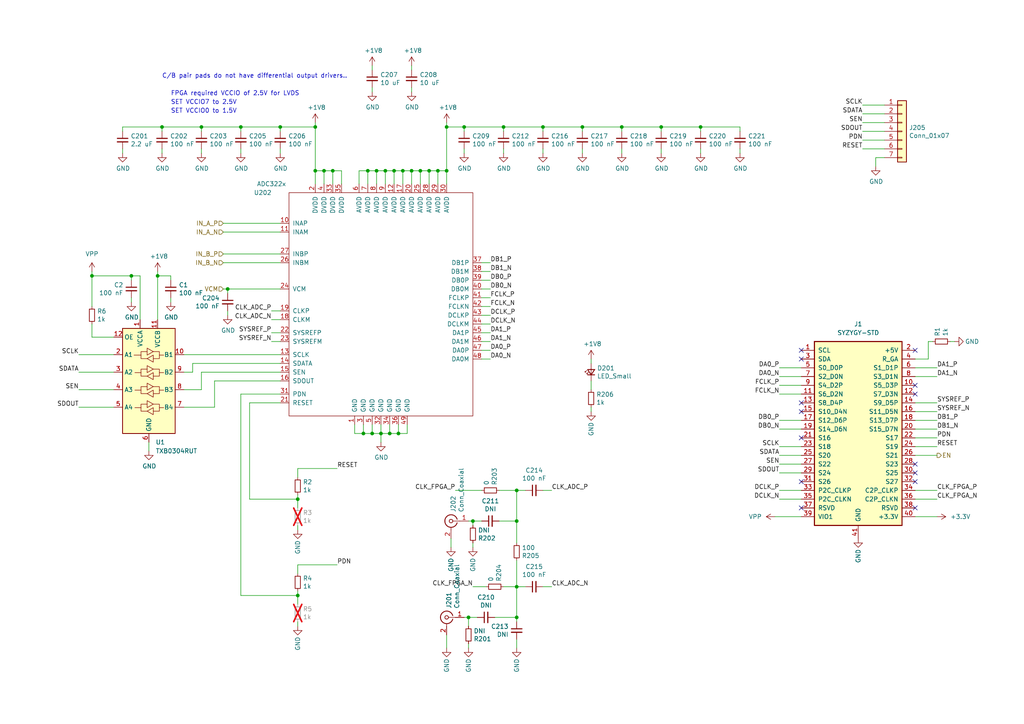
<source format=kicad_sch>
(kicad_sch (version 20230121) (generator eeschema)
  (paper "A4")
  (lib_symbols
    (symbol "Connector:Conn_Coaxial" (pin_names (offset 1.016) hide)
      (property "Reference" "J" (at 0.254 3.048 0))
      (property "Value" "Conn_Coaxial" (at 2.921 0 90))
      (symbol "Conn_Coaxial_0_1"
        (arc (start -1.778 -0.508) (mid 0.2311 -1.8066) (end 1.778 0) (stroke (width 0.254)))
        (polyline (pts (xy -2.54 0) (xy -0.508 0)))
        (polyline (pts (xy 0 -2.54) (xy 0 -1.778)))
        (circle (center 0 0) (radius 0.508) (stroke (width 0.2032)))
        (arc (start 1.778 0) (mid 0.2099 1.8101) (end -1.778 0.508) (stroke (width 0.254)))
      )
      (symbol "Conn_Coaxial_1_1"
        (pin passive line (at -5.08 0 0) (length 2.54) (name "In") (number "1"))
        (pin passive line (at 0 -5.08 90) (length 2.54) (name "Ext") (number "2"))
      )
    )
    (symbol "Connector_Generic:Conn_01x07" (pin_names (offset 1.016) hide)
      (property "Reference" "J" (at 0 10.16 0))
      (property "Value" "Conn_01x07" (at 0 -10.16 0))
      (symbol "Conn_01x07_1_1"
        (rectangle (start -1.27 -7.493) (end 0 -7.747) (stroke (width 0.1524)))
        (rectangle (start -1.27 -4.953) (end 0 -5.207) (stroke (width 0.1524)))
        (rectangle (start -1.27 -2.413) (end 0 -2.667) (stroke (width 0.1524)))
        (rectangle (start -1.27 0.127) (end 0 -0.127) (stroke (width 0.1524)))
        (rectangle (start -1.27 2.667) (end 0 2.413) (stroke (width 0.1524)))
        (rectangle (start -1.27 5.207) (end 0 4.953) (stroke (width 0.1524)))
        (rectangle (start -1.27 7.747) (end 0 7.493) (stroke (width 0.1524)))
        (rectangle (start -1.27 8.89) (end 1.27 -8.89) (stroke (width 0.254)) (fill (type background)))
        (pin passive line (at -5.08 7.62 0) (length 3.81) (name "Pin_1") (number "1"))
        (pin passive line (at -5.08 5.08 0) (length 3.81) (name "Pin_2") (number "2"))
        (pin passive line (at -5.08 2.54 0) (length 3.81) (name "Pin_3") (number "3"))
        (pin passive line (at -5.08 0 0) (length 3.81) (name "Pin_4") (number "4"))
        (pin passive line (at -5.08 -2.54 0) (length 3.81) (name "Pin_5") (number "5"))
        (pin passive line (at -5.08 -5.08 0) (length 3.81) (name "Pin_6") (number "6"))
        (pin passive line (at -5.08 -7.62 0) (length 3.81) (name "Pin_7") (number "7"))
      )
    )
    (symbol "Device:C_Small" (pin_numbers hide) (pin_names (offset 0.254) hide)
      (property "Reference" "C" (at 0.254 1.778 0))
      (property "Value" "C_Small" (at 0.254 -2.032 0))
      (symbol "C_Small_0_1"
        (polyline (pts (xy -1.524 -0.508) (xy 1.524 -0.508)) (stroke (width 0.3302)))
        (polyline (pts (xy -1.524 0.508) (xy 1.524 0.508)) (stroke (width 0.3048)))
      )
      (symbol "C_Small_1_1"
        (pin passive line (at 0 2.54 270) (length 2.032) (name "~") (number "1"))
        (pin passive line (at 0 -2.54 90) (length 2.032) (name "~") (number "2"))
      )
    )
    (symbol "Device:LED_Small" (pin_numbers hide) (pin_names (offset 0.254) hide)
      (property "Reference" "D" (at -1.27 3.175 0))
      (property "Value" "LED_Small" (at -4.445 -2.54 0))
      (symbol "LED_Small_0_1"
        (polyline (pts (xy -0.762 -1.016) (xy -0.762 1.016)) (stroke (width 0.254)))
        (polyline (pts (xy 1.016 0) (xy -0.762 0)))
        (polyline (pts (xy 0.762 -1.016) (xy -0.762 0) (xy 0.762 1.016) (xy 0.762 -1.016)) (stroke (width 0.254)))
        (polyline (pts (xy 0 0.762) (xy -0.508 1.27) (xy -0.254 1.27) (xy -0.508 1.27) (xy -0.508 1.016)))
        (polyline (pts (xy 0.508 1.27) (xy 0 1.778) (xy 0.254 1.778) (xy 0 1.778) (xy 0 1.524)))
      )
      (symbol "LED_Small_1_1"
        (pin passive line (at -2.54 0 0) (length 1.778) (name "K") (number "1"))
        (pin passive line (at 2.54 0 180) (length 1.778) (name "A") (number "2"))
      )
    )
    (symbol "Device:R_Small" (pin_numbers hide) (pin_names (offset 0.254) hide)
      (property "Reference" "R" (at 0.762 0.508 0))
      (property "Value" "R_Small" (at 0.762 -1.016 0))
      (symbol "R_Small_0_1"
        (rectangle (start -0.762 1.778) (end 0.762 -1.778) (stroke (width 0.2032)))
      )
      (symbol "R_Small_1_1"
        (pin passive line (at 0 2.54 270) (length 0.762) (name "~") (number "1"))
        (pin passive line (at 0 -2.54 90) (length 0.762) (name "~") (number "2"))
      )
    )
    (symbol "Logic_LevelTranslator:TXB0304RUT"
      (property "Reference" "U" (at -6.35 16.51 0))
      (property "Value" "TXB0304RUT" (at 3.81 16.51 0))
      (symbol "TXB0304RUT_0_1"
        (rectangle (start -7.62 15.24) (end 7.62 -15.24) (stroke (width 0.254)) (fill (type background)))
        (polyline (pts (xy -2.286 -7.747) (xy -2.286 -6.731) (xy -0.508 -6.731)))
        (polyline (pts (xy -2.286 -2.667) (xy -2.286 -1.651) (xy -0.508 -1.651)))
        (polyline (pts (xy -2.286 2.413) (xy -2.286 3.429) (xy -0.508 3.429)))
        (polyline (pts (xy -2.286 7.493) (xy -2.286 8.509) (xy -0.508 8.509)))
        (polyline (pts (xy 3.048 -7.747) (xy 3.048 -8.763) (xy 1.27 -8.763)))
        (polyline (pts (xy 3.048 -2.667) (xy 3.048 -3.683) (xy 1.27 -3.683)))
        (polyline (pts (xy 3.048 2.413) (xy 3.048 1.397) (xy 1.27 1.397)))
        (polyline (pts (xy 3.048 7.493) (xy 3.048 6.477) (xy 1.27 6.477)))
        (polyline (pts (xy -0.508 -8.763) (xy -2.286 -8.763) (xy -2.286 -7.747) (xy -4.064 -7.747)))
        (polyline (pts (xy -0.508 -8.763) (xy 1.27 -7.747) (xy 1.27 -9.779) (xy -0.508 -8.763)))
        (polyline (pts (xy -0.508 -3.683) (xy -2.286 -3.683) (xy -2.286 -2.667) (xy -4.064 -2.667)))
        (polyline (pts (xy -0.508 -3.683) (xy 1.27 -2.667) (xy 1.27 -4.699) (xy -0.508 -3.683)))
        (polyline (pts (xy -0.508 1.397) (xy -2.286 1.397) (xy -2.286 2.413) (xy -4.064 2.413)))
        (polyline (pts (xy -0.508 1.397) (xy 1.27 2.413) (xy 1.27 0.381) (xy -0.508 1.397)))
        (polyline (pts (xy -0.508 6.477) (xy -2.286 6.477) (xy -2.286 7.493) (xy -4.318 7.493)))
        (polyline (pts (xy -0.508 6.477) (xy 1.27 7.493) (xy 1.27 5.461) (xy -0.508 6.477)))
        (polyline (pts (xy 1.27 -6.731) (xy -0.508 -7.747) (xy -0.508 -5.715) (xy 1.27 -6.731)))
        (polyline (pts (xy 1.27 -6.731) (xy 3.048 -6.731) (xy 3.048 -7.747) (xy 4.318 -7.747)))
        (polyline (pts (xy 1.27 -1.651) (xy -0.508 -2.667) (xy -0.508 -0.635) (xy 1.27 -1.651)))
        (polyline (pts (xy 1.27 -1.651) (xy 3.048 -1.651) (xy 3.048 -2.667) (xy 4.318 -2.667)))
        (polyline (pts (xy 1.27 3.429) (xy -0.508 2.413) (xy -0.508 4.445) (xy 1.27 3.429)))
        (polyline (pts (xy 1.27 3.429) (xy 3.048 3.429) (xy 3.048 2.413) (xy 4.318 2.413)))
        (polyline (pts (xy 1.27 8.509) (xy -0.508 7.493) (xy -0.508 9.525) (xy 1.27 8.509)))
        (polyline (pts (xy 1.27 8.509) (xy 3.048 8.509) (xy 3.048 7.493) (xy 4.318 7.493)))
      )
      (symbol "TXB0304RUT_1_1"
        (pin power_in line (at -2.54 17.78 270) (length 2.54) (name "VCCA") (number "1"))
        (pin tri_state line (at 10.16 7.62 180) (length 2.54) (name "B1") (number "10"))
        (pin power_in line (at 2.54 17.78 270) (length 2.54) (name "VCCB") (number "11"))
        (pin input line (at -10.16 12.7 0) (length 2.54) (name "OE") (number "12"))
        (pin tri_state line (at -10.16 7.62 0) (length 2.54) (name "A1") (number "2"))
        (pin tri_state line (at -10.16 2.54 0) (length 2.54) (name "A2") (number "3"))
        (pin tri_state line (at -10.16 -2.54 0) (length 2.54) (name "A3") (number "4"))
        (pin tri_state line (at -10.16 -7.62 0) (length 2.54) (name "A4") (number "5"))
        (pin power_in line (at 0 -17.78 90) (length 2.54) (name "GND") (number "6"))
        (pin tri_state line (at 10.16 -7.62 180) (length 2.54) (name "B4") (number "7"))
        (pin tri_state line (at 10.16 -2.54 180) (length 2.54) (name "B3") (number "8"))
        (pin tri_state line (at 10.16 2.54 180) (length 2.54) (name "B2") (number "9"))
      )
    )
    (symbol "adc32xx_syzygy-rescue:ADC322x-vna_mm-adc_32xx-rescue" (pin_names (offset 1.016))
      (property "Reference" "U" (at 13.97 -35.56 0))
      (property "Value" "adc_32xx-rescue_ADC322x-vna_mm" (at 17.78 -33.02 0))
      (symbol "ADC322x-vna_mm-adc_32xx-rescue_0_1"
        (rectangle (start -26.67 34.29) (end 26.67 -30.48))
      )
      (symbol "ADC322x-vna_mm-adc_32xx-rescue_1_1"
        (pin power_in line (at -7.62 -33.02 90) (length 2.54) (name "GND") (number "1"))
        (pin input line (at -29.21 25.4 0) (length 2.54) (name "INAP") (number "10"))
        (pin input line (at -29.21 22.86 0) (length 2.54) (name "INAM") (number "11"))
        (pin power_in line (at 3.81 36.83 270) (length 2.54) (name "AVDD") (number "12"))
        (pin input line (at -29.21 -12.7 0) (length 2.54) (name "SCLK") (number "13"))
        (pin input line (at -29.21 -15.24 0) (length 2.54) (name "SDATA") (number "14"))
        (pin input line (at -29.21 -17.78 0) (length 2.54) (name "SEN") (number "15"))
        (pin output line (at -29.21 -20.32 0) (length 2.54) (name "SDOUT") (number "16"))
        (pin power_in line (at 6.35 36.83 270) (length 2.54) (name "AVDD") (number "17"))
        (pin input line (at -29.21 -2.54 0) (length 2.54) (name "CLKM") (number "18"))
        (pin input line (at -29.21 0 0) (length 2.54) (name "CLKP") (number "19"))
        (pin power_in line (at -19.05 36.83 270) (length 2.54) (name "DVDD") (number "2"))
        (pin power_in line (at 8.89 36.83 270) (length 2.54) (name "AVDD") (number "20"))
        (pin input line (at -29.21 -26.67 0) (length 2.54) (name "RESET") (number "21"))
        (pin input line (at -29.21 -6.35 0) (length 2.54) (name "SYSREFP") (number "22"))
        (pin input line (at -29.21 -8.89 0) (length 2.54) (name "SYSREFM") (number "23"))
        (pin power_in line (at -29.21 6.35 0) (length 2.54) (name "VCM") (number "24"))
        (pin power_in line (at 11.43 36.83 270) (length 2.54) (name "AVDD") (number "25"))
        (pin input line (at -29.21 13.97 0) (length 2.54) (name "INBM") (number "26"))
        (pin input line (at -29.21 16.51 0) (length 2.54) (name "INBP") (number "27"))
        (pin power_in line (at 13.97 36.83 270) (length 2.54) (name "AVDD") (number "28"))
        (pin power_in line (at 16.51 36.83 270) (length 2.54) (name "AVDD") (number "29"))
        (pin power_in line (at -5.08 -33.02 90) (length 2.54) (name "GND") (number "3"))
        (pin power_in line (at 19.05 36.83 270) (length 2.54) (name "AVDD") (number "30"))
        (pin input line (at -29.21 -24.13 0) (length 2.54) (name "PDN") (number "31"))
        (pin power_in line (at 0 -33.02 90) (length 2.54) (name "GND") (number "32"))
        (pin power_in line (at -13.97 36.83 270) (length 2.54) (name "DVDD") (number "33"))
        (pin power_in line (at 2.54 -33.02 90) (length 2.54) (name "GND") (number "34"))
        (pin power_in line (at -11.43 36.83 270) (length 2.54) (name "DVDD") (number "35"))
        (pin power_in line (at 5.08 -33.02 90) (length 2.54) (name "GND") (number "36"))
        (pin output line (at 29.21 13.97 180) (length 2.54) (name "DB1P") (number "37"))
        (pin output line (at 29.21 11.43 180) (length 2.54) (name "DB1M") (number "38"))
        (pin output line (at 29.21 8.89 180) (length 2.54) (name "DB0P") (number "39"))
        (pin power_in line (at -16.51 36.83 270) (length 2.54) (name "DVDD") (number "4"))
        (pin output line (at 29.21 6.35 180) (length 2.54) (name "DB0M") (number "40"))
        (pin output line (at 29.21 3.81 180) (length 2.54) (name "FCLKP") (number "41"))
        (pin output line (at 29.21 1.27 180) (length 2.54) (name "FCLKN") (number "42"))
        (pin output line (at 29.21 -1.27 180) (length 2.54) (name "DCLKP") (number "43"))
        (pin output line (at 29.21 -3.81 180) (length 2.54) (name "DCLKM") (number "44"))
        (pin output line (at 29.21 -6.35 180) (length 2.54) (name "DA1P") (number "45"))
        (pin output line (at 29.21 -8.89 180) (length 2.54) (name "DA1M") (number "46"))
        (pin output line (at 29.21 -11.43 180) (length 2.54) (name "DA0P") (number "47"))
        (pin output line (at 29.21 -13.97 180) (length 2.54) (name "DA0M") (number "48"))
        (pin power_in line (at 7.62 -33.02 90) (length 2.54) (name "GND") (number "49"))
        (pin power_in line (at -2.54 -33.02 90) (length 2.54) (name "GND") (number "5"))
        (pin power_in line (at -6.35 36.83 270) (length 2.54) (name "AVDD") (number "6"))
        (pin power_in line (at -3.81 36.83 270) (length 2.54) (name "AVDD") (number "7"))
        (pin power_in line (at -1.27 36.83 270) (length 2.54) (name "AVDD") (number "8"))
        (pin power_in line (at 1.27 36.83 270) (length 2.54) (name "AVDD") (number "9"))
      )
    )
    (symbol "gkl_misc:SYZYGY-STD" (pin_names (offset 1.016))
      (property "Reference" "J" (at 0 27.94 0))
      (property "Value" "SYZYGY-STD" (at 0 25.4 0))
      (symbol "SYZYGY-STD_0_1"
        (rectangle (start -12.7 24.13) (end 12.7 -29.21) (stroke (width 0.3302)) (fill (type background)))
      )
      (symbol "SYZYGY-STD_1_1"
        (pin input line (at -16.51 21.59 0) (length 3.81) (name "SCL") (number "1"))
        (pin input line (at 16.51 11.43 180) (length 3.81) (name "S5_D3P") (number "10"))
        (pin input line (at -16.51 8.89 0) (length 3.81) (name "S6_D2N") (number "11"))
        (pin input line (at 16.51 8.89 180) (length 3.81) (name "S7_D3N") (number "12"))
        (pin input line (at -16.51 6.35 0) (length 3.81) (name "S8_D4P") (number "13"))
        (pin input line (at 16.51 6.35 180) (length 3.81) (name "S9_D5P") (number "14"))
        (pin input line (at -16.51 3.81 0) (length 3.81) (name "S10_D4N") (number "15"))
        (pin input line (at 16.51 3.81 180) (length 3.81) (name "S11_D5N") (number "16"))
        (pin input line (at -16.51 1.27 0) (length 3.81) (name "S12_D6P") (number "17"))
        (pin input line (at 16.51 1.27 180) (length 3.81) (name "S13_D7P") (number "18"))
        (pin input line (at -16.51 -1.27 0) (length 3.81) (name "S14_D6N") (number "19"))
        (pin input line (at 16.51 21.59 180) (length 3.81) (name "+5V") (number "2"))
        (pin input line (at 16.51 -1.27 180) (length 3.81) (name "S15_D7N") (number "20"))
        (pin input line (at -16.51 -3.81 0) (length 3.81) (name "S16") (number "21"))
        (pin input line (at 16.51 -3.81 180) (length 3.81) (name "S17") (number "22"))
        (pin input line (at -16.51 -6.35 0) (length 3.81) (name "S18") (number "23"))
        (pin input line (at 16.51 -6.35 180) (length 3.81) (name "S19") (number "24"))
        (pin input line (at -16.51 -8.89 0) (length 3.81) (name "S20") (number "25"))
        (pin input line (at 16.51 -8.89 180) (length 3.81) (name "S21") (number "26"))
        (pin input line (at -16.51 -11.43 0) (length 3.81) (name "S22") (number "27"))
        (pin input line (at 16.51 -11.43 180) (length 3.81) (name "S23") (number "28"))
        (pin input line (at -16.51 -13.97 0) (length 3.81) (name "S24") (number "29"))
        (pin input line (at -16.51 19.05 0) (length 3.81) (name "SDA") (number "3"))
        (pin input line (at 16.51 -13.97 180) (length 3.81) (name "S25") (number "30"))
        (pin input line (at -16.51 -16.51 0) (length 3.81) (name "S26") (number "31"))
        (pin input line (at 16.51 -16.51 180) (length 3.81) (name "S27") (number "32"))
        (pin input line (at -16.51 -19.05 0) (length 3.81) (name "P2C_CLKP") (number "33"))
        (pin input line (at 16.51 -19.05 180) (length 3.81) (name "C2P_CLKP") (number "34"))
        (pin input line (at -16.51 -21.59 0) (length 3.81) (name "P2C_CLKN") (number "35"))
        (pin input line (at 16.51 -21.59 180) (length 3.81) (name "C2P_CLKN") (number "36"))
        (pin input line (at -16.51 -24.13 0) (length 3.81) (name "RSVD") (number "37"))
        (pin input line (at 16.51 -24.13 180) (length 3.81) (name "RSVD") (number "38"))
        (pin input line (at -16.51 -26.67 0) (length 3.81) (name "VIO1") (number "39"))
        (pin input line (at 16.51 19.05 180) (length 3.81) (name "R_GA") (number "4"))
        (pin input line (at 16.51 -26.67 180) (length 3.81) (name "+3.3V") (number "40"))
        (pin input line (at 0 -33.02 90) (length 3.81) (name "GND") (number "41"))
        (pin input line (at -16.51 16.51 0) (length 3.81) (name "S0_D0P") (number "5"))
        (pin input line (at 16.51 16.51 180) (length 3.81) (name "S1_D1P") (number "6"))
        (pin input line (at -16.51 13.97 0) (length 3.81) (name "S2_D0N") (number "7"))
        (pin input line (at 16.51 13.97 180) (length 3.81) (name "S3_D1N") (number "8"))
        (pin input line (at -16.51 11.43 0) (length 3.81) (name "S4_D2P") (number "9"))
      )
    )
    (symbol "power:+1V8" (power) (pin_names (offset 0))
      (property "Value" "+1V8" (at 0 3.556 0))
      (symbol "+1V8_0_1"
        (polyline (pts (xy -0.762 1.27) (xy 0 2.54)))
        (polyline (pts (xy 0 0) (xy 0 2.54)))
        (polyline (pts (xy 0 2.54) (xy 0.762 1.27)))
      )
      (symbol "+1V8_1_1"
        (pin power_in line (at 0 0 90) (length 0) hide (name "+1V8") (number "1"))
      )
    )
    (symbol "power:+3.3V" (power) (pin_names (offset 0))
      (property "Value" "+3.3V" (at 0 3.556 0))
      (symbol "+3.3V_0_1"
        (polyline (pts (xy -0.762 1.27) (xy 0 2.54)))
        (polyline (pts (xy 0 0) (xy 0 2.54)))
        (polyline (pts (xy 0 2.54) (xy 0.762 1.27)))
      )
      (symbol "+3.3V_1_1"
        (pin power_in line (at 0 0 90) (length 0) hide (name "+3.3V") (number "1"))
      )
    )
    (symbol "power:GND" (power) (pin_names (offset 0))
      (property "Value" "GND" (at 0 -3.81 0))
      (symbol "GND_0_1"
        (polyline (pts (xy 0 0) (xy 0 -1.27) (xy 1.27 -1.27) (xy 0 -2.54) (xy -1.27 -1.27) (xy 0 -1.27)))
      )
      (symbol "GND_1_1"
        (pin power_in line (at 0 0 270) (length 0) hide (name "GND") (number "1"))
      )
    )
    (symbol "power:VPP" (power) (pin_names (offset 0))
      (property "Value" "VPP" (at 0 3.81 0))
      (symbol "VPP_0_1"
        (polyline (pts (xy -0.762 1.27) (xy 0 2.54)))
        (polyline (pts (xy 0 0) (xy 0 2.54)))
        (polyline (pts (xy 0 2.54) (xy 0.762 1.27)))
      )
      (symbol "VPP_1_1"
        (pin power_in line (at 0 0 90) (length 0) hide (name "VPP") (number "1"))
      )
    )
  )
  (junction (at 124.46 49.53))
  (junction (at 146.05 36.83))
  (junction (at 38.1 80.01))
  (junction (at 157.48 36.83))
  (junction (at 110.49 125.73))
  (junction (at 180.34 36.83))
  (junction (at 191.77 36.83))
  (junction (at 109.22 49.53))
  (junction (at 26.67 80.01))
  (junction (at 96.52 49.53))
  (junction (at 58.42 36.83))
  (junction (at 106.68 49.53))
  (junction (at 81.28 36.83))
  (junction (at 91.44 36.83))
  (junction (at 119.38 49.53))
  (junction (at 86.36 172.72))
  (junction (at 105.41 125.73))
  (junction (at 127 49.53))
  (junction (at 168.91 36.83))
  (junction (at 115.57 125.73))
  (junction (at 91.44 49.53))
  (junction (at 135.89 179.07))
  (junction (at 107.95 125.73))
  (junction (at 111.76 49.53))
  (junction (at 116.84 49.53))
  (junction (at 66.04 83.82))
  (junction (at 134.62 36.83))
  (junction (at 149.86 179.07))
  (junction (at 129.54 49.53))
  (junction (at 149.86 170.18))
  (junction (at 86.36 144.78))
  (junction (at 149.86 142.24))
  (junction (at 137.16 151.13))
  (junction (at 93.98 49.53))
  (junction (at 45.72 80.01))
  (junction (at 149.86 151.13))
  (junction (at 69.85 36.83))
  (junction (at 114.3 49.53))
  (junction (at 129.54 36.83))
  (junction (at 121.92 49.53))
  (junction (at 203.2 36.83))
  (junction (at 113.03 125.73))
  (junction (at 46.99 36.83))
  (no_connect (at 232.41 147.32))
  (no_connect (at 232.41 139.7))
  (no_connect (at 265.43 114.3))
  (no_connect (at 232.41 116.84))
  (no_connect (at 265.43 134.62))
  (no_connect (at 265.43 137.16))
  (no_connect (at 265.43 147.32))
  (no_connect (at 265.43 101.6))
  (no_connect (at 232.41 101.6))
  (no_connect (at 265.43 139.7))
  (no_connect (at 232.41 127))
  (no_connect (at 232.41 119.38))
  (no_connect (at 232.41 104.14))
  (no_connect (at 265.43 111.76))
  (wire (pts (xy 58.42 36.83) (xy 69.85 36.83)))
  (wire (pts (xy 35.56 36.83) (xy 46.99 36.83)))
  (wire (pts (xy 250.19 38.1) (xy 256.54 38.1)))
  (wire (pts (xy 157.48 43.18) (xy 157.48 44.45)))
  (wire (pts (xy 129.54 49.53) (xy 129.54 36.83)))
  (wire (pts (xy 269.24 104.14) (xy 269.24 99.06)))
  (wire (pts (xy 271.78 119.38) (xy 265.43 119.38)))
  (wire (pts (xy 102.87 125.73) (xy 105.41 125.73)))
  (wire (pts (xy 149.86 151.13) (xy 144.78 151.13)))
  (wire (pts (xy 226.06 137.16) (xy 232.41 137.16)))
  (wire (pts (xy 109.22 49.53) (xy 111.76 49.53)))
  (wire (pts (xy 271.78 129.54) (xy 265.43 129.54)))
  (wire (pts (xy 171.45 110.49) (xy 171.45 113.03)))
  (wire (pts (xy 93.98 53.34) (xy 93.98 49.53)))
  (wire (pts (xy 86.36 163.83) (xy 97.79 163.83)))
  (wire (pts (xy 93.98 49.53) (xy 91.44 49.53)))
  (wire (pts (xy 69.85 43.18) (xy 69.85 44.45)))
  (wire (pts (xy 86.36 163.83) (xy 86.36 166.37)))
  (wire (pts (xy 121.92 49.53) (xy 124.46 49.53)))
  (wire (pts (xy 81.28 43.18) (xy 81.28 44.45)))
  (wire (pts (xy 53.34 118.11) (xy 62.23 118.11)))
  (wire (pts (xy 107.95 25.4) (xy 107.95 26.67)))
  (wire (pts (xy 180.34 36.83) (xy 191.77 36.83)))
  (wire (pts (xy 110.49 125.73) (xy 110.49 128.27)))
  (wire (pts (xy 142.24 104.14) (xy 139.7 104.14)))
  (wire (pts (xy 81.28 67.31) (xy 64.77 67.31)))
  (wire (pts (xy 129.54 53.34) (xy 129.54 49.53)))
  (wire (pts (xy 81.28 36.83) (xy 91.44 36.83)))
  (wire (pts (xy 146.05 36.83) (xy 157.48 36.83)))
  (wire (pts (xy 86.36 152.4) (xy 86.36 153.67)))
  (wire (pts (xy 58.42 107.95) (xy 58.42 113.03)))
  (wire (pts (xy 142.24 83.82) (xy 139.7 83.82)))
  (wire (pts (xy 55.88 107.95) (xy 55.88 105.41)))
  (wire (pts (xy 86.36 180.34) (xy 86.36 181.61)))
  (wire (pts (xy 137.16 170.18) (xy 140.97 170.18)))
  (wire (pts (xy 137.16 158.75) (xy 137.16 157.48)))
  (wire (pts (xy 135.89 187.96) (xy 135.89 186.69)))
  (wire (pts (xy 139.7 101.6) (xy 142.24 101.6)))
  (wire (pts (xy 226.06 114.3) (xy 232.41 114.3)))
  (wire (pts (xy 53.34 107.95) (xy 55.88 107.95)))
  (wire (pts (xy 226.06 144.78) (xy 232.41 144.78)))
  (wire (pts (xy 137.16 151.13) (xy 139.7 151.13)))
  (wire (pts (xy 64.77 73.66) (xy 81.28 73.66)))
  (wire (pts (xy 143.51 179.07) (xy 149.86 179.07)))
  (wire (pts (xy 265.43 149.86) (xy 271.78 149.86)))
  (wire (pts (xy 127 49.53) (xy 129.54 49.53)))
  (wire (pts (xy 232.41 106.68) (xy 226.06 106.68)))
  (wire (pts (xy 124.46 49.53) (xy 127 49.53)))
  (wire (pts (xy 38.1 81.28) (xy 38.1 80.01)))
  (wire (pts (xy 96.52 49.53) (xy 93.98 49.53)))
  (wire (pts (xy 33.02 97.79) (xy 26.67 97.79)))
  (wire (pts (xy 22.86 102.87) (xy 33.02 102.87)))
  (wire (pts (xy 142.24 99.06) (xy 139.7 99.06)))
  (wire (pts (xy 49.53 86.36) (xy 49.53 87.63)))
  (wire (pts (xy 134.62 179.07) (xy 135.89 179.07)))
  (wire (pts (xy 26.67 78.74) (xy 26.67 80.01)))
  (wire (pts (xy 129.54 184.15) (xy 129.54 187.96)))
  (wire (pts (xy 121.92 53.34) (xy 121.92 49.53)))
  (wire (pts (xy 38.1 80.01) (xy 40.64 80.01)))
  (wire (pts (xy 142.24 88.9) (xy 139.7 88.9)))
  (wire (pts (xy 157.48 170.18) (xy 160.02 170.18)))
  (wire (pts (xy 142.24 78.74) (xy 139.7 78.74)))
  (wire (pts (xy 226.06 124.46) (xy 232.41 124.46)))
  (wire (pts (xy 107.95 19.05) (xy 107.95 20.32)))
  (wire (pts (xy 86.36 172.72) (xy 86.36 175.26)))
  (wire (pts (xy 45.72 80.01) (xy 49.53 80.01)))
  (wire (pts (xy 168.91 36.83) (xy 168.91 38.1)))
  (wire (pts (xy 119.38 25.4) (xy 119.38 26.67)))
  (wire (pts (xy 265.43 121.92) (xy 271.78 121.92)))
  (wire (pts (xy 38.1 86.36) (xy 38.1 87.63)))
  (wire (pts (xy 69.85 114.3) (xy 81.28 114.3)))
  (wire (pts (xy 203.2 43.18) (xy 203.2 44.45)))
  (wire (pts (xy 86.36 135.89) (xy 97.79 135.89)))
  (wire (pts (xy 53.34 102.87) (xy 81.28 102.87)))
  (wire (pts (xy 135.89 151.13) (xy 137.16 151.13)))
  (wire (pts (xy 132.08 142.24) (xy 139.7 142.24)))
  (wire (pts (xy 275.59 99.06) (xy 276.86 99.06)))
  (wire (pts (xy 22.86 107.95) (xy 33.02 107.95)))
  (wire (pts (xy 135.89 179.07) (xy 138.43 179.07)))
  (wire (pts (xy 130.81 156.21) (xy 130.81 158.75)))
  (wire (pts (xy 46.99 36.83) (xy 58.42 36.83)))
  (wire (pts (xy 119.38 19.05) (xy 119.38 20.32)))
  (wire (pts (xy 45.72 78.74) (xy 45.72 80.01)))
  (wire (pts (xy 110.49 123.19) (xy 110.49 125.73)))
  (wire (pts (xy 107.95 123.19) (xy 107.95 125.73)))
  (wire (pts (xy 22.86 118.11) (xy 33.02 118.11)))
  (wire (pts (xy 106.68 49.53) (xy 109.22 49.53)))
  (wire (pts (xy 114.3 49.53) (xy 116.84 49.53)))
  (wire (pts (xy 64.77 83.82) (xy 66.04 83.82)))
  (wire (pts (xy 146.05 43.18) (xy 146.05 44.45)))
  (wire (pts (xy 250.19 30.48) (xy 256.54 30.48)))
  (wire (pts (xy 265.43 132.08) (xy 271.78 132.08)))
  (wire (pts (xy 35.56 38.1) (xy 35.56 36.83)))
  (wire (pts (xy 43.18 130.81) (xy 43.18 128.27)))
  (wire (pts (xy 129.54 36.83) (xy 134.62 36.83)))
  (wire (pts (xy 139.7 91.44) (xy 142.24 91.44)))
  (wire (pts (xy 62.23 118.11) (xy 62.23 110.49)))
  (wire (pts (xy 91.44 36.83) (xy 91.44 35.56)))
  (wire (pts (xy 26.67 80.01) (xy 26.67 88.9)))
  (wire (pts (xy 265.43 104.14) (xy 269.24 104.14)))
  (wire (pts (xy 115.57 125.73) (xy 118.11 125.73)))
  (wire (pts (xy 69.85 36.83) (xy 69.85 38.1)))
  (wire (pts (xy 226.06 132.08) (xy 232.41 132.08)))
  (wire (pts (xy 113.03 125.73) (xy 115.57 125.73)))
  (wire (pts (xy 115.57 123.19) (xy 115.57 125.73)))
  (wire (pts (xy 69.85 172.72) (xy 86.36 172.72)))
  (wire (pts (xy 134.62 36.83) (xy 146.05 36.83)))
  (wire (pts (xy 64.77 64.77) (xy 81.28 64.77)))
  (wire (pts (xy 171.45 118.11) (xy 171.45 119.38)))
  (wire (pts (xy 69.85 114.3) (xy 69.85 172.72)))
  (wire (pts (xy 135.89 181.61) (xy 135.89 179.07)))
  (wire (pts (xy 134.62 43.18) (xy 134.62 44.45)))
  (wire (pts (xy 149.86 170.18) (xy 146.05 170.18)))
  (wire (pts (xy 26.67 80.01) (xy 38.1 80.01)))
  (wire (pts (xy 137.16 152.4) (xy 137.16 151.13)))
  (wire (pts (xy 139.7 96.52) (xy 142.24 96.52)))
  (wire (pts (xy 149.86 179.07) (xy 149.86 170.18)))
  (wire (pts (xy 224.79 149.86) (xy 232.41 149.86)))
  (wire (pts (xy 111.76 49.53) (xy 114.3 49.53)))
  (wire (pts (xy 191.77 36.83) (xy 203.2 36.83)))
  (wire (pts (xy 256.54 45.72) (xy 254 45.72)))
  (wire (pts (xy 81.28 76.2) (xy 64.77 76.2)))
  (wire (pts (xy 58.42 113.03) (xy 53.34 113.03)))
  (wire (pts (xy 81.28 36.83) (xy 81.28 38.1)))
  (wire (pts (xy 40.64 80.01) (xy 40.64 92.71)))
  (wire (pts (xy 149.86 185.42) (xy 149.86 187.96)))
  (wire (pts (xy 232.41 142.24) (xy 226.06 142.24)))
  (wire (pts (xy 66.04 90.17) (xy 66.04 91.44)))
  (wire (pts (xy 58.42 43.18) (xy 58.42 44.45)))
  (wire (pts (xy 191.77 36.83) (xy 191.77 38.1)))
  (wire (pts (xy 26.67 97.79) (xy 26.67 93.98)))
  (wire (pts (xy 269.24 99.06) (xy 270.51 99.06)))
  (wire (pts (xy 142.24 93.98) (xy 139.7 93.98)))
  (wire (pts (xy 265.43 106.68) (xy 271.78 106.68)))
  (wire (pts (xy 86.36 143.51) (xy 86.36 144.78)))
  (wire (pts (xy 110.49 125.73) (xy 113.03 125.73)))
  (wire (pts (xy 139.7 86.36) (xy 142.24 86.36)))
  (wire (pts (xy 96.52 53.34) (xy 96.52 49.53)))
  (wire (pts (xy 139.7 76.2) (xy 142.24 76.2)))
  (wire (pts (xy 116.84 49.53) (xy 116.84 53.34)))
  (wire (pts (xy 203.2 36.83) (xy 203.2 38.1)))
  (wire (pts (xy 265.43 116.84) (xy 271.78 116.84)))
  (wire (pts (xy 78.74 92.71) (xy 81.28 92.71)))
  (wire (pts (xy 232.41 121.92) (xy 226.06 121.92)))
  (wire (pts (xy 144.78 142.24) (xy 149.86 142.24)))
  (wire (pts (xy 45.72 80.01) (xy 45.72 92.71)))
  (wire (pts (xy 232.41 134.62) (xy 226.06 134.62)))
  (wire (pts (xy 99.06 49.53) (xy 96.52 49.53)))
  (wire (pts (xy 86.36 144.78) (xy 86.36 147.32)))
  (wire (pts (xy 81.28 96.52) (xy 78.74 96.52)))
  (wire (pts (xy 180.34 43.18) (xy 180.34 44.45)))
  (wire (pts (xy 62.23 110.49) (xy 81.28 110.49)))
  (wire (pts (xy 107.95 125.73) (xy 110.49 125.73)))
  (wire (pts (xy 232.41 111.76) (xy 226.06 111.76)))
  (wire (pts (xy 113.03 123.19) (xy 113.03 125.73)))
  (wire (pts (xy 149.86 142.24) (xy 149.86 151.13)))
  (wire (pts (xy 265.43 142.24) (xy 271.78 142.24)))
  (wire (pts (xy 111.76 53.34) (xy 111.76 49.53)))
  (wire (pts (xy 129.54 36.83) (xy 129.54 35.56)))
  (wire (pts (xy 256.54 40.64) (xy 250.19 40.64)))
  (wire (pts (xy 104.14 49.53) (xy 106.68 49.53)))
  (wire (pts (xy 149.86 162.56) (xy 149.86 170.18)))
  (wire (pts (xy 149.86 170.18) (xy 152.4 170.18)))
  (wire (pts (xy 265.43 127) (xy 271.78 127)))
  (wire (pts (xy 118.11 125.73) (xy 118.11 123.19)))
  (wire (pts (xy 99.06 53.34) (xy 99.06 49.53)))
  (wire (pts (xy 72.39 144.78) (xy 72.39 116.84)))
  (wire (pts (xy 191.77 43.18) (xy 191.77 44.45)))
  (wire (pts (xy 58.42 107.95) (xy 81.28 107.95)))
  (wire (pts (xy 66.04 85.09) (xy 66.04 83.82)))
  (wire (pts (xy 81.28 90.17) (xy 78.74 90.17)))
  (wire (pts (xy 105.41 123.19) (xy 105.41 125.73)))
  (wire (pts (xy 72.39 116.84) (xy 81.28 116.84)))
  (wire (pts (xy 226.06 129.54) (xy 232.41 129.54)))
  (wire (pts (xy 104.14 53.34) (xy 104.14 49.53)))
  (wire (pts (xy 124.46 53.34) (xy 124.46 49.53)))
  (wire (pts (xy 86.36 144.78) (xy 72.39 144.78)))
  (wire (pts (xy 49.53 80.01) (xy 49.53 81.28)))
  (wire (pts (xy 109.22 53.34) (xy 109.22 49.53)))
  (wire (pts (xy 157.48 36.83) (xy 168.91 36.83)))
  (wire (pts (xy 157.48 142.24) (xy 160.02 142.24)))
  (wire (pts (xy 271.78 144.78) (xy 265.43 144.78)))
  (wire (pts (xy 250.19 43.18) (xy 256.54 43.18)))
  (wire (pts (xy 226.06 109.22) (xy 232.41 109.22)))
  (wire (pts (xy 214.63 36.83) (xy 214.63 38.1)))
  (wire (pts (xy 91.44 49.53) (xy 91.44 36.83)))
  (wire (pts (xy 105.41 125.73) (xy 107.95 125.73)))
  (wire (pts (xy 66.04 83.82) (xy 81.28 83.82)))
  (wire (pts (xy 35.56 44.45) (xy 35.56 43.18)))
  (wire (pts (xy 256.54 35.56) (xy 250.19 35.56)))
  (wire (pts (xy 171.45 104.14) (xy 171.45 105.41)))
  (wire (pts (xy 250.19 33.02) (xy 256.54 33.02)))
  (wire (pts (xy 157.48 36.83) (xy 157.48 38.1)))
  (wire (pts (xy 106.68 53.34) (xy 106.68 49.53)))
  (wire (pts (xy 127 53.34) (xy 127 49.53)))
  (wire (pts (xy 254 48.26) (xy 254 45.72)))
  (wire (pts (xy 139.7 81.28) (xy 142.24 81.28)))
  (wire (pts (xy 214.63 43.18) (xy 214.63 44.45)))
  (wire (pts (xy 46.99 43.18) (xy 46.99 44.45)))
  (wire (pts (xy 203.2 36.83) (xy 214.63 36.83)))
  (wire (pts (xy 58.42 36.83) (xy 58.42 38.1)))
  (wire (pts (xy 119.38 49.53) (xy 121.92 49.53)))
  (wire (pts (xy 55.88 105.41) (xy 81.28 105.41)))
  (wire (pts (xy 168.91 36.83) (xy 180.34 36.83)))
  (wire (pts (xy 149.86 179.07) (xy 149.86 180.34)))
  (wire (pts (xy 271.78 124.46) (xy 265.43 124.46)))
  (wire (pts (xy 116.84 49.53) (xy 119.38 49.53)))
  (wire (pts (xy 86.36 135.89) (xy 86.36 138.43)))
  (wire (pts (xy 180.34 36.83) (xy 180.34 38.1)))
  (wire (pts (xy 69.85 36.83) (xy 81.28 36.83)))
  (wire (pts (xy 102.87 123.19) (xy 102.87 125.73)))
  (wire (pts (xy 114.3 53.34) (xy 114.3 49.53)))
  (wire (pts (xy 46.99 36.83) (xy 46.99 38.1)))
  (wire (pts (xy 149.86 157.48) (xy 149.86 151.13)))
  (wire (pts (xy 146.05 36.83) (xy 146.05 38.1)))
  (wire (pts (xy 271.78 109.22) (xy 265.43 109.22)))
  (wire (pts (xy 22.86 113.03) (xy 33.02 113.03)))
  (wire (pts (xy 86.36 171.45) (xy 86.36 172.72)))
  (wire (pts (xy 91.44 53.34) (xy 91.44 49.53)))
  (wire (pts (xy 78.74 99.06) (xy 81.28 99.06)))
  (wire (pts (xy 119.38 53.34) (xy 119.38 49.53)))
  (wire (pts (xy 168.91 43.18) (xy 168.91 44.45)))
  (wire (pts (xy 152.4 142.24) (xy 149.86 142.24)))
  (wire (pts (xy 134.62 36.83) (xy 134.62 38.1)))
  (text "SET VCCIO0 to 1.5V\n" (at 49.53 33.02 0) (effects (font (size 1.27 1.27)) (justify left bottom)))
  (text "SET VCCIO7 to 2.5V\n" (at 49.53 30.48 0) (effects (font (size 1.27 1.27)) (justify left bottom)))
  (text "FPGA required VCCIO of 2.5V for LVDS" (at 49.53 27.94 0) (effects (font (size 1.27 1.27)) (justify left bottom)))
  (text "C/B pair pads do not have differential output drivers.." (at 46.99 22.86 0) (effects (font (size 1.27 1.27)) (justify left bottom)))
  (label "CLK_FPGA_N" (at 137.16 170.18 180))
  (label "CLK_ADC_N" (at 78.74 92.71 180))
  (label "CLK_FPGA_P" (at 132.08 142.24 180))
  (label "CLK_FPGA_N" (at 271.78 144.78 0))
  (label "SCLK" (at 22.86 102.87 180))
  (label "SDATA" (at 22.86 107.95 180))
  (label "RESET" (at 271.78 129.54 0))
  (label "DCLK_P" (at 142.24 91.44 0))
  (label "SDATA" (at 226.06 132.08 180))
  (label "DA1_P" (at 271.78 106.68 0))
  (label "SEN" (at 250.19 35.56 180))
  (label "PDN" (at 271.78 127 0))
  (label "SCLK" (at 250.19 30.48 180))
  (label "DB1_P" (at 142.24 76.2 0))
  (label "SDOUT" (at 226.06 137.16 180))
  (label "SYSREF_P" (at 271.78 116.84 0))
  (label "SEN" (at 22.86 113.03 180))
  (label "SYSREF_N" (at 78.74 99.06 180))
  (label "RESET" (at 97.79 135.89 0))
  (label "SDOUT" (at 250.19 38.1 180))
  (label "DB1_N" (at 271.78 124.46 0))
  (label "DB1_P" (at 271.78 121.92 0))
  (label "DA1_N" (at 271.78 109.22 0))
  (label "FCLK_P" (at 226.06 111.76 180))
  (label "DCLK_P" (at 226.06 142.24 180))
  (label "DA0_P" (at 226.06 106.68 180))
  (label "RESET" (at 250.19 43.18 180))
  (label "SDATA" (at 250.19 33.02 180))
  (label "PDN" (at 250.19 40.64 180))
  (label "PDN" (at 97.79 163.83 0))
  (label "DA0_N" (at 226.06 109.22 180))
  (label "DA1_P" (at 142.24 96.52 0))
  (label "FCLK_P" (at 142.24 86.36 0))
  (label "DCLK_N" (at 226.06 144.78 180))
  (label "CLK_ADC_P" (at 160.02 142.24 0))
  (label "DB0_P" (at 142.24 81.28 0))
  (label "DB0_N" (at 226.06 124.46 180))
  (label "DA1_N" (at 142.24 99.06 0))
  (label "SEN" (at 226.06 134.62 180))
  (label "CLK_ADC_P" (at 78.74 90.17 180))
  (label "SDOUT" (at 22.86 118.11 180))
  (label "SYSREF_P" (at 78.74 96.52 180))
  (label "DB1_N" (at 142.24 78.74 0))
  (label "FCLK_N" (at 226.06 114.3 180))
  (label "CLK_FPGA_P" (at 271.78 142.24 0))
  (label "DCLK_N" (at 142.24 93.98 0))
  (label "CLK_ADC_N" (at 160.02 170.18 0))
  (label "DB0_N" (at 142.24 83.82 0))
  (label "DA0_N" (at 142.24 104.14 0))
  (label "SYSREF_N" (at 271.78 119.38 0))
  (label "SCLK" (at 226.06 129.54 180))
  (label "DB0_P" (at 226.06 121.92 180))
  (label "FCLK_N" (at 142.24 88.9 0))
  (label "DA0_P" (at 142.24 101.6 0))
  (hierarchical_label "EN" (shape output) (at 271.78 132.08 0))
  (hierarchical_label "VCM" (shape input) (at 64.77 83.82 180))
  (hierarchical_label "IN_A_N" (shape input) (at 64.77 67.31 180))
  (hierarchical_label "IN_B_N" (shape input) (at 64.77 76.2 180))
  (hierarchical_label "IN_A_P" (shape input) (at 64.77 64.77 180))
  (hierarchical_label "IN_B_P" (shape input) (at 64.77 73.66 180))
  (symbol (lib_id "power:GND") (at 110.49 128.27 0) (unit 1)
    (property "Reference" "#PWR0211" (effects hide))
    (property "Value" "GND" (at 110.617 132.6642 0))
    (instances (project "adc32xx_syzygy" (path "" (reference "#PWR0211") (unit 1)) (path "" (reference "#PWR?") (unit 1))))
  )
  (symbol (lib_id "adc32xx_syzygy-rescue:ADC322x-vna_mm-adc_32xx-rescue") (at 110.49 90.17 0) (unit 1)
    (property "Reference" "U202" (at 76.2 55.88 0))
    (property "Value" "ADC322x" (at 78.74 53.34 0))
    (property "Footprint" "Package_DFN_QFN:QFN-48-1EP_7x7mm_P0.5mm_EP5.6x5.6mm" (effects hide))
    (property "Datasheet" "http://www.ti.com/lit/ds/symlink/adc3222.pdf" (effects hide))
    (instances (project "adc32xx_syzygy" (path "" (reference "U202") (unit 1)) (path "" (reference "U?") (unit 1))))
  )
  (symbol (lib_id "power:+1V8") (at 91.44 35.56 0) (unit 1)
    (property "Reference" "#PWR0208" (effects hide))
    (property "Value" "+1V8" (at 91.821 31.1658 0))
  )
  (symbol (lib_id "power:+1V8") (at 129.54 35.56 0) (unit 1)
    (property "Reference" "#PWR0214" (effects hide))
    (property "Value" "+1V8" (at 129.921 31.1658 0))
  )
  (symbol (lib_id "Device:C_Small") (at 134.62 40.64 0) (unit 1)
    (property "Reference" "C209" (at 136.9568 39.4716 0) (effects (justify left)))
    (property "Value" "100 nF" (at 136.9568 41.783 0) (effects (justify left)))
    (property "Footprint" "Capacitor_SMD:C_0402_1005Metric" (effects hide))
  )
  (symbol (lib_id "power:GND") (at 134.62 44.45 0) (unit 1)
    (property "Reference" "#PWR0217" (effects hide))
    (property "Value" "GND" (at 134.747 48.8442 0))
    (instances (project "adc32xx_syzygy" (path "" (reference "#PWR0217") (unit 1)) (path "" (reference "#PWR?") (unit 1))))
  )
  (symbol (lib_id "Device:C_Small") (at 146.05 40.64 0) (unit 1)
    (property "Reference" "C212" (at 148.3868 39.4716 0) (effects (justify left)))
    (property "Value" "100 nF" (at 148.3868 41.783 0) (effects (justify left)))
    (property "Footprint" "Capacitor_SMD:C_0402_1005Metric" (effects hide))
  )
  (symbol (lib_id "power:GND") (at 146.05 44.45 0) (unit 1)
    (property "Reference" "#PWR0220" (effects hide))
    (property "Value" "GND" (at 146.177 48.8442 0))
    (instances (project "adc32xx_syzygy" (path "" (reference "#PWR0220") (unit 1)) (path "" (reference "#PWR?") (unit 1))))
  )
  (symbol (lib_id "Device:C_Small") (at 157.48 40.64 0) (unit 1)
    (property "Reference" "C216" (at 159.8168 39.4716 0) (effects (justify left)))
    (property "Value" "100 nF" (at 159.8168 41.783 0) (effects (justify left)))
    (property "Footprint" "Capacitor_SMD:C_0402_1005Metric" (effects hide))
  )
  (symbol (lib_id "power:GND") (at 157.48 44.45 0) (unit 1)
    (property "Reference" "#PWR0222" (effects hide))
    (property "Value" "GND" (at 157.607 48.8442 0))
    (instances (project "adc32xx_syzygy" (path "" (reference "#PWR0222") (unit 1)) (path "" (reference "#PWR?") (unit 1))))
  )
  (symbol (lib_id "Device:C_Small") (at 168.91 40.64 0) (unit 1)
    (property "Reference" "C217" (at 171.2468 39.4716 0) (effects (justify left)))
    (property "Value" "100 nF" (at 171.2468 41.783 0) (effects (justify left)))
    (property "Footprint" "Capacitor_SMD:C_0402_1005Metric" (effects hide))
  )
  (symbol (lib_id "power:GND") (at 168.91 44.45 0) (unit 1)
    (property "Reference" "#PWR0223" (effects hide))
    (property "Value" "GND" (at 169.037 48.8442 0))
    (instances (project "adc32xx_syzygy" (path "" (reference "#PWR0223") (unit 1)) (path "" (reference "#PWR?") (unit 1))))
  )
  (symbol (lib_id "Device:C_Small") (at 180.34 40.64 0) (unit 1)
    (property "Reference" "C218" (at 182.6768 39.4716 0) (effects (justify left)))
    (property "Value" "100 nF" (at 182.6768 41.783 0) (effects (justify left)))
    (property "Footprint" "Capacitor_SMD:C_0402_1005Metric" (effects hide))
  )
  (symbol (lib_id "power:GND") (at 180.34 44.45 0) (unit 1)
    (property "Reference" "#PWR0226" (effects hide))
    (property "Value" "GND" (at 180.467 48.8442 0))
    (instances (project "adc32xx_syzygy" (path "" (reference "#PWR0226") (unit 1)) (path "" (reference "#PWR?") (unit 1))))
  )
  (symbol (lib_id "Device:C_Small") (at 191.77 40.64 0) (unit 1)
    (property "Reference" "C219" (at 194.1068 39.4716 0) (effects (justify left)))
    (property "Value" "100 nF" (at 194.1068 41.783 0) (effects (justify left)))
    (property "Footprint" "Capacitor_SMD:C_0402_1005Metric" (effects hide))
  )
  (symbol (lib_id "power:GND") (at 191.77 44.45 0) (unit 1)
    (property "Reference" "#PWR0227" (effects hide))
    (property "Value" "GND" (at 191.897 48.8442 0))
    (instances (project "adc32xx_syzygy" (path "" (reference "#PWR0227") (unit 1)) (path "" (reference "#PWR?") (unit 1))))
  )
  (symbol (lib_id "Device:C_Small") (at 46.99 40.64 0) (unit 1)
    (property "Reference" "C202" (at 49.3268 39.4716 0) (effects (justify left)))
    (property "Value" "100 nF" (at 49.3268 41.783 0) (effects (justify left)))
    (property "Footprint" "Capacitor_SMD:C_0402_1005Metric" (effects hide))
  )
  (symbol (lib_id "power:GND") (at 46.99 44.45 0) (unit 1)
    (property "Reference" "#PWR0202" (effects hide))
    (property "Value" "GND" (at 47.117 48.8442 0))
    (instances (project "adc32xx_syzygy" (path "" (reference "#PWR0202") (unit 1)) (path "" (reference "#PWR?") (unit 1))))
  )
  (symbol (lib_id "Device:C_Small") (at 58.42 40.64 0) (unit 1)
    (property "Reference" "C203" (at 60.7568 39.4716 0) (effects (justify left)))
    (property "Value" "100 nF" (at 60.7568 41.783 0) (effects (justify left)))
    (property "Footprint" "Capacitor_SMD:C_0402_1005Metric" (effects hide))
  )
  (symbol (lib_id "power:GND") (at 58.42 44.45 0) (unit 1)
    (property "Reference" "#PWR0204" (effects hide))
    (property "Value" "GND" (at 58.547 48.8442 0))
    (instances (project "adc32xx_syzygy" (path "" (reference "#PWR0204") (unit 1)) (path "" (reference "#PWR?") (unit 1))))
  )
  (symbol (lib_id "Device:C_Small") (at 69.85 40.64 0) (unit 1)
    (property "Reference" "C205" (at 72.1868 39.4716 0) (effects (justify left)))
    (property "Value" "100 nF" (at 72.1868 41.783 0) (effects (justify left)))
    (property "Footprint" "Capacitor_SMD:C_0402_1005Metric" (effects hide))
  )
  (symbol (lib_id "power:GND") (at 69.85 44.45 0) (unit 1)
    (property "Reference" "#PWR0206" (effects hide))
    (property "Value" "GND" (at 69.977 48.8442 0))
    (instances (project "adc32xx_syzygy" (path "" (reference "#PWR0206") (unit 1)) (path "" (reference "#PWR?") (unit 1))))
  )
  (symbol (lib_id "Device:C_Small") (at 81.28 40.64 0) (unit 1)
    (property "Reference" "C206" (at 83.6168 39.4716 0) (effects (justify left)))
    (property "Value" "100 nF" (at 83.6168 41.783 0) (effects (justify left)))
    (property "Footprint" "Capacitor_SMD:C_0402_1005Metric" (effects hide))
  )
  (symbol (lib_id "power:GND") (at 81.28 44.45 0) (unit 1)
    (property "Reference" "#PWR0207" (effects hide))
    (property "Value" "GND" (at 81.407 48.8442 0))
    (instances (project "adc32xx_syzygy" (path "" (reference "#PWR0207") (unit 1)) (path "" (reference "#PWR?") (unit 1))))
  )
  (symbol (lib_id "Device:C_Small") (at 35.56 40.64 0) (unit 1)
    (property "Reference" "C201" (at 37.8968 39.4716 0) (effects (justify left)))
    (property "Value" "2.2 uF" (at 37.8968 41.783 0) (effects (justify left)))
    (property "Footprint" "Capacitor_SMD:C_0603_1608Metric" (effects hide))
  )
  (symbol (lib_id "power:GND") (at 35.56 44.45 0) (unit 1)
    (property "Reference" "#PWR0201" (effects hide))
    (property "Value" "GND" (at 35.687 48.8442 0))
    (instances (project "adc32xx_syzygy" (path "" (reference "#PWR0201") (unit 1)) (path "" (reference "#PWR?") (unit 1))))
  )
  (symbol (lib_id "Device:R_Small") (at 143.51 170.18 270) (mirror x) (unit 1)
    (property "Reference" "R204" (at 144.6784 168.6814 0) (effects (justify left)))
    (property "Value" "0" (at 142.367 168.6814 0) (effects (justify left)))
    (property "Footprint" "Resistor_SMD:R_0402_1005Metric" (effects hide))
  )
  (symbol (lib_id "Connector_Generic:Conn_01x07") (at 261.62 38.1 0) (unit 1)
    (property "Reference" "J205" (at 263.652 37.0332 0) (effects (justify left)))
    (property "Value" "Conn_01x07" (at 263.652 39.3446 0) (effects (justify left)))
    (property "Footprint" "Connector_PinSocket_2.54mm:PinSocket_1x07_P2.54mm_Vertical" (effects hide))
  )
  (symbol (lib_id "Device:C_Small") (at 149.86 182.88 0) (mirror y) (unit 1)
    (property "Reference" "C213" (at 147.5232 181.7116 0) (effects (justify left)))
    (property "Value" "DNI" (at 147.5232 184.023 0) (effects (justify left)))
    (property "Footprint" "Capacitor_SMD:C_0402_1005Metric" (effects hide))
  )
  (symbol (lib_id "power:GND") (at 254 48.26 0) (unit 1)
    (property "Reference" "#PWR0101" (effects hide))
    (property "Value" "GND" (at 254.127 52.6542 0))
    (instances (project "adc32xx_syzygy" (path "" (reference "#PWR0101") (unit 1)) (path "" (reference "#PWR?") (unit 1))))
  )
  (symbol (lib_id "power:GND") (at 149.86 187.96 0) (mirror y) (unit 1)
    (property "Reference" "#PWR0221" (effects hide))
    (property "Value" "GND" (at 149.86 193.04 90))
    (instances (project "adc32xx_syzygy" (path "" (reference "#PWR0221") (unit 1)) (path "" (reference "#PWR?") (unit 1))))
  )
  (symbol (lib_id "Connector:Conn_Coaxial") (at 130.81 151.13 0) (mirror y) (unit 1)
    (property "Reference" "J202" (at 131.4704 148.59 90) (effects (justify left)))
    (property "Value" "Conn_Coaxial" (at 133.7818 148.59 90) (effects (justify left)))
    (property "Footprint" "Connector_Coaxial:U.FL_Hirose_U.FL-R-SMT-1_Vertical" (effects hide))
    (property "Datasheet" " ~" (effects hide))
  )
  (symbol (lib_id "power:GND") (at 130.81 158.75 0) (mirror y) (unit 1)
    (property "Reference" "#PWR0216" (effects hide))
    (property "Value" "GND" (at 130.81 163.83 90))
    (instances (project "adc32xx_syzygy" (path "" (reference "#PWR0216") (unit 1)) (path "" (reference "#PWR?") (unit 1))))
  )
  (symbol (lib_id "Device:C_Small") (at 142.24 151.13 90) (mirror x) (unit 1)
    (property "Reference" "C211" (at 142.24 145.3134 90))
    (property "Value" "DNI" (at 142.24 147.6248 90))
    (property "Footprint" "Capacitor_SMD:C_0402_1005Metric" (effects hide))
  )
  (symbol (lib_id "Device:R_Small") (at 142.24 142.24 270) (mirror x) (unit 1)
    (property "Reference" "R203" (at 143.4084 140.7414 0) (effects (justify left)))
    (property "Value" "0" (at 141.097 140.7414 0) (effects (justify left)))
    (property "Footprint" "Resistor_SMD:R_0402_1005Metric" (effects hide))
  )
  (symbol (lib_id "power:GND") (at 43.18 130.81 0) (unit 1)
    (property "Reference" "#PWR0203" (effects hide))
    (property "Value" "GND" (at 43.307 135.2042 0))
    (instances (project "adc32xx_syzygy" (path "" (reference "#PWR0203") (unit 1)) (path "" (reference "#PWR?") (unit 1))))
  )
  (symbol (lib_id "Device:R_Small") (at 149.86 160.02 0) (mirror x) (unit 1)
    (property "Reference" "R205" (at 151.3586 161.1884 0) (effects (justify left)))
    (property "Value" "100" (at 151.3586 158.877 0) (effects (justify left)))
    (property "Footprint" "Resistor_SMD:R_0402_1005Metric" (effects hide))
  )
  (symbol (lib_id "Device:C_Small") (at 203.2 40.64 0) (unit 1)
    (property "Reference" "C220" (at 205.5368 39.4716 0) (effects (justify left)))
    (property "Value" "100 nF" (at 205.5368 41.783 0) (effects (justify left)))
    (property "Footprint" "Capacitor_SMD:C_0402_1005Metric" (effects hide))
  )
  (symbol (lib_id "power:GND") (at 203.2 44.45 0) (unit 1)
    (property "Reference" "#PWR0102" (effects hide))
    (property "Value" "GND" (at 203.327 48.8442 0))
    (instances (project "adc32xx_syzygy" (path "" (reference "#PWR0102") (unit 1)) (path "" (reference "#PWR?") (unit 1))))
  )
  (symbol (lib_id "Device:C_Small") (at 214.63 40.64 0) (unit 1)
    (property "Reference" "C221" (at 216.9668 39.4716 0) (effects (justify left)))
    (property "Value" "100 nF" (at 216.9668 41.783 0) (effects (justify left)))
    (property "Footprint" "Capacitor_SMD:C_0402_1005Metric" (effects hide))
  )
  (symbol (lib_id "power:GND") (at 214.63 44.45 0) (unit 1)
    (property "Reference" "#PWR0103" (effects hide))
    (property "Value" "GND" (at 214.757 48.8442 0))
    (instances (project "adc32xx_syzygy" (path "" (reference "#PWR0103") (unit 1)) (path "" (reference "#PWR?") (unit 1))))
  )
  (symbol (lib_id "Connector:Conn_Coaxial") (at 129.54 179.07 0) (mirror y) (unit 1)
    (property "Reference" "J201" (at 130.2004 176.53 90) (effects (justify left)))
    (property "Value" "Conn_Coaxial" (at 132.5118 176.53 90) (effects (justify left)))
    (property "Footprint" "Connector_Coaxial:U.FL_Hirose_U.FL-R-SMT-1_Vertical" (effects hide))
    (property "Datasheet" " ~" (effects hide))
  )
  (symbol (lib_id "power:GND") (at 129.54 187.96 0) (mirror y) (unit 1)
    (property "Reference" "#PWR0215" (effects hide))
    (property "Value" "GND" (at 129.54 193.04 90))
    (instances (project "adc32xx_syzygy" (path "" (reference "#PWR0215") (unit 1)) (path "" (reference "#PWR?") (unit 1))))
  )
  (symbol (lib_id "Device:C_Small") (at 140.97 179.07 90) (mirror x) (unit 1)
    (property "Reference" "C210" (at 140.97 173.2534 90))
    (property "Value" "DNI" (at 140.97 175.5648 90))
    (property "Footprint" "Capacitor_SMD:C_0402_1005Metric" (effects hide))
  )
  (symbol (lib_id "Device:LED_Small") (at 171.45 107.95 90) (unit 1)
    (property "Reference" "D201" (at 173.1772 106.7816 90) (effects (justify right)))
    (property "Value" "LED_Small" (at 173.1772 109.093 90) (effects (justify right)))
    (property "Footprint" "LED_SMD:LED_0603_1608Metric" (effects hide))
  )
  (symbol (lib_id "Device:C_Small") (at 154.94 170.18 90) (mirror x) (unit 1)
    (property "Reference" "C215" (at 154.94 164.3634 90))
    (property "Value" "100 nF" (at 154.94 166.6748 90))
    (property "Footprint" "Capacitor_SMD:C_0402_1005Metric" (effects hide))
  )
  (symbol (lib_id "Device:R_Small") (at 171.45 115.57 0) (unit 1)
    (property "Reference" "R206" (at 172.9486 114.4016 0) (effects (justify left)))
    (property "Value" "1k" (at 172.9486 116.713 0) (effects (justify left)))
    (property "Footprint" "Resistor_SMD:R_0402_1005Metric" (effects hide))
  )
  (symbol (lib_id "power:GND") (at 171.45 119.38 0) (unit 1)
    (property "Reference" "#PWR0225" (effects hide))
    (property "Value" "GND" (at 171.45 124.46 90))
    (instances (project "adc32xx_syzygy" (path "" (reference "#PWR0225") (unit 1)) (path "" (reference "#PWR?") (unit 1))))
  )
  (symbol (lib_id "Device:C_Small") (at 154.94 142.24 90) (mirror x) (unit 1)
    (property "Reference" "C214" (at 154.94 136.4234 90))
    (property "Value" "100 nF" (at 154.94 138.7348 90))
    (property "Footprint" "Capacitor_SMD:C_0402_1005Metric" (effects hide))
  )
  (symbol (lib_id "power:+1V8") (at 171.45 104.14 0) (unit 1)
    (property "Reference" "#PWR0224" (effects hide))
    (property "Value" "+1V8" (at 171.831 99.7458 0))
  )
  (symbol (lib_id "Device:C_Small") (at 66.04 87.63 0) (mirror y) (unit 1)
    (property "Reference" "C204" (at 63.7032 86.4616 0) (effects (justify left)))
    (property "Value" "100 nF" (at 63.7032 88.773 0) (effects (justify left)))
    (property "Footprint" "Capacitor_SMD:C_0402_1005Metric" (effects hide))
  )
  (symbol (lib_id "power:GND") (at 66.04 91.44 0) (unit 1)
    (property "Reference" "#PWR0205" (effects hide))
    (property "Value" "GND" (at 66.167 95.8342 0))
    (instances (project "adc32xx_syzygy" (path "" (reference "#PWR0205") (unit 1)) (path "" (reference "#PWR?") (unit 1))))
  )
  (symbol (lib_id "Device:C_Small") (at 107.95 22.86 0) (unit 1)
    (property "Reference" "C207" (at 110.2868 21.6916 0) (effects (justify left)))
    (property "Value" "10 uF" (at 110.2868 24.003 0) (effects (justify left)))
    (property "Footprint" "Capacitor_SMD:C_0603_1608Metric" (effects hide))
  )
  (symbol (lib_id "power:+1V8") (at 107.95 19.05 0) (unit 1)
    (property "Reference" "#PWR0209" (effects hide))
    (property "Value" "+1V8" (at 108.331 14.6558 0))
  )
  (symbol (lib_id "power:GND") (at 107.95 26.67 0) (unit 1)
    (property "Reference" "#PWR0210" (effects hide))
    (property "Value" "GND" (at 108.077 31.0642 0))
    (instances (project "adc32xx_syzygy" (path "" (reference "#PWR0210") (unit 1)) (path "" (reference "#PWR?") (unit 1))))
  )
  (symbol (lib_id "Device:C_Small") (at 119.38 22.86 0) (unit 1)
    (property "Reference" "C208" (at 121.7168 21.6916 0) (effects (justify left)))
    (property "Value" "10 uF" (at 121.7168 24.003 0) (effects (justify left)))
    (property "Footprint" "Capacitor_SMD:C_0603_1608Metric" (effects hide))
  )
  (symbol (lib_id "power:+1V8") (at 119.38 19.05 0) (unit 1)
    (property "Reference" "#PWR0212" (effects hide))
    (property "Value" "+1V8" (at 119.761 14.6558 0))
  )
  (symbol (lib_id "power:GND") (at 119.38 26.67 0) (unit 1)
    (property "Reference" "#PWR0213" (effects hide))
    (property "Value" "GND" (at 119.507 31.0642 0))
    (instances (project "adc32xx_syzygy" (path "" (reference "#PWR0213") (unit 1)) (path "" (reference "#PWR?") (unit 1))))
  )
  (symbol (lib_id "Device:R_Small") (at 135.89 184.15 0) (mirror x) (unit 1)
    (property "Reference" "R201" (at 137.3886 185.3184 0) (effects (justify left)))
    (property "Value" "DNI" (at 137.3886 183.007 0) (effects (justify left)))
    (property "Footprint" "Resistor_SMD:R_0402_1005Metric" (effects hide))
  )
  (symbol (lib_id "power:GND") (at 135.89 187.96 0) (mirror y) (unit 1)
    (property "Reference" "#PWR0218" (effects hide))
    (property "Value" "GND" (at 135.89 193.04 90))
    (instances (project "adc32xx_syzygy" (path "" (reference "#PWR0218") (unit 1)) (path "" (reference "#PWR?") (unit 1))))
  )
  (symbol (lib_id "Device:R_Small") (at 137.16 154.94 0) (mirror x) (unit 1)
    (property "Reference" "R202" (at 138.6586 156.1084 0) (effects (justify left)))
    (property "Value" "DNI" (at 138.6586 153.797 0) (effects (justify left)))
    (property "Footprint" "Resistor_SMD:R_0402_1005Metric" (effects hide))
  )
  (symbol (lib_id "power:GND") (at 137.16 158.75 0) (mirror y) (unit 1)
    (property "Reference" "#PWR0219" (effects hide))
    (property "Value" "GND" (at 137.16 163.83 90))
    (instances (project "adc32xx_syzygy" (path "" (reference "#PWR0219") (unit 1)) (path "" (reference "#PWR?") (unit 1))))
  )
  (symbol (lib_id "power:VPP") (at 26.67 78.74 0) (unit 1)
    (property "Reference" "#PWR010" (effects hide))
    (property "Value" "VPP" (at 26.67 73.66 0))
  )
  (symbol (lib_id "power:VPP") (at 224.79 149.86 90) (unit 1)
    (property "Reference" "#PWR09" (effects hide))
    (property "Value" "VPP" (at 220.98 149.86 90) (effects (justify left)))
  )
  (symbol (lib_id "gkl_misc:SYZYGY-STD") (at 248.92 123.19 0) (unit 1)
    (property "Reference" "J1" (at 248.92 93.98 0))
    (property "Value" "SYZYGY-STD" (at 248.92 96.52 0))
    (property "Footprint" "gkl_conn:SYZYGY_standard_pod" (effects hide))
  )
  (symbol (lib_id "power:GND") (at 276.86 99.06 90) (unit 1)
    (property "Reference" "#PWR03" (effects hide))
    (property "Value" "GND" (at 281.94 99.06 90))
    (instances (project "adc32xx_syzygy" (path "" (reference "#PWR03") (unit 1)) (path "" (reference "#PWR?") (unit 1))))
  )
  (symbol (lib_id "power:+3.3V") (at 271.78 149.86 270) (unit 1)
    (property "Reference" "#PWR02" (effects hide))
    (property "Value" "+3.3V" (at 275.59 149.86 90) (effects (justify left)))
  )
  (symbol (lib_id "Device:R_Small") (at 86.36 168.91 0) (unit 1)
    (property "Reference" "R4" (at 87.8586 167.7416 0) (effects (justify left)))
    (property "Value" "1k" (at 87.8586 170.053 0) (effects (justify left)))
    (property "Footprint" "Resistor_SMD:R_0402_1005Metric" (effects hide))
  )
  (symbol (lib_id "Device:R_Small") (at 273.05 99.06 90) (unit 1)
    (property "Reference" "R1" (at 271.8816 97.5614 0) (effects (justify left)))
    (property "Value" "1k" (at 274.193 97.5614 0) (effects (justify left)))
    (property "Footprint" "Resistor_SMD:R_0402_1005Metric" (effects hide))
  )
  (symbol (lib_id "power:GND") (at 86.36 181.61 0) (mirror y) (unit 1)
    (property "Reference" "#PWR06" (effects hide))
    (property "Value" "GND" (at 86.36 186.69 90))
    (instances (project "adc32xx_syzygy" (path "" (reference "#PWR06") (unit 1)) (path "" (reference "#PWR?") (unit 1))))
  )
  (symbol (lib_id "Device:C_Small") (at 49.53 83.82 0) (unit 1)
    (property "Reference" "C1" (at 51.8668 82.6516 0) (effects (justify left)))
    (property "Value" "100 nF" (at 51.8668 84.963 0) (effects (justify left)))
    (property "Footprint" "Capacitor_SMD:C_0402_1005Metric" (effects hide))
  )
  (symbol (lib_id "Device:R_Small") (at 26.67 91.44 0) (unit 1)
    (property "Reference" "R6" (at 28.1686 90.2716 0) (effects (justify left)))
    (property "Value" "1k" (at 28.1686 92.583 0) (effects (justify left)))
    (property "Footprint" "Resistor_SMD:R_0402_1005Metric" (effects hide))
  )
  (symbol (lib_id "Device:R_Small") (at 86.36 177.8 0) (unit 1) (dnp yes)
    (property "Reference" "R5" (at 87.8586 176.6316 0) (effects (justify left)))
    (property "Value" "1k" (at 87.8586 178.943 0) (effects (justify left)))
    (property "Footprint" "Resistor_SMD:R_0402_1005Metric" (effects hide))
  )
  (symbol (lib_id "power:+1V8") (at 45.72 78.74 0) (unit 1)
    (property "Reference" "#PWR07" (effects hide))
    (property "Value" "+1V8" (at 46.101 74.3458 0))
  )
  (symbol (lib_id "power:GND") (at 38.1 87.63 0) (unit 1)
    (property "Reference" "#PWR011" (effects hide))
    (property "Value" "GND" (at 38.227 92.0242 0))
    (instances (project "adc32xx_syzygy" (path "" (reference "#PWR011") (unit 1)) (path "" (reference "#PWR?") (unit 1))))
  )
  (symbol (lib_id "power:GND") (at 49.53 87.63 0) (unit 1)
    (property "Reference" "#PWR08" (effects hide))
    (property "Value" "GND" (at 49.657 92.0242 0))
    (instances (project "adc32xx_syzygy" (path "" (reference "#PWR08") (unit 1)) (path "" (reference "#PWR?") (unit 1))))
  )
  (symbol (lib_id "Device:R_Small") (at 86.36 149.86 0) (unit 1) (dnp yes)
    (property "Reference" "R3" (at 87.8586 148.6916 0) (effects (justify left)))
    (property "Value" "1k" (at 87.8586 151.003 0) (effects (justify left)))
    (property "Footprint" "Resistor_SMD:R_0402_1005Metric" (effects hide))
  )
  (symbol (lib_id "Logic_LevelTranslator:TXB0304RUT") (at 43.18 110.49 0) (unit 1)
    (property "Reference" "U1" (at 45.1359 128.27 0) (effects (justify left)))
    (property "Value" "TXB0304RUT" (at 45.1359 130.81 0) (effects (justify left)))
    (property "Footprint" "Package_DFN_QFN:Texas_R-PUQFN-N12" (effects hide))
    (property "Datasheet" "http://www.ti.com/lit/ds/symlink/txb0304.pdf" (effects hide))
  )
  (symbol (lib_id "Device:R_Small") (at 86.36 140.97 0) (unit 1)
    (property "Reference" "R2" (at 87.8586 139.8016 0) (effects (justify left)))
    (property "Value" "1k" (at 87.8586 142.113 0) (effects (justify left)))
    (property "Footprint" "Resistor_SMD:R_0402_1005Metric" (effects hide))
  )
  (symbol (lib_id "Device:C_Small") (at 38.1 83.82 0) (mirror y) (unit 1)
    (property "Reference" "C2" (at 35.7632 82.6516 0) (effects (justify left)))
    (property "Value" "100 nF" (at 35.7632 84.963 0) (effects (justify left)))
    (property "Footprint" "Capacitor_SMD:C_0402_1005Metric" (effects hide))
  )
  (symbol (lib_id "power:GND") (at 248.92 156.21 0) (unit 1)
    (property "Reference" "#PWR01" (effects hide))
    (property "Value" "GND" (at 248.92 161.29 90))
    (instances (project "adc32xx_syzygy" (path "" (reference "#PWR01") (unit 1)) (path "" (reference "#PWR?") (unit 1))))
  )
  (symbol (lib_id "power:GND") (at 86.36 153.67 0) (mirror y) (unit 1)
    (property "Reference" "#PWR05" (effects hide))
    (property "Value" "GND" (at 86.36 158.75 90))
    (instances (project "adc32xx_syzygy" (path "" (reference "#PWR05") (unit 1)) (path "" (reference "#PWR?") (unit 1))))
  )
)
</source>
